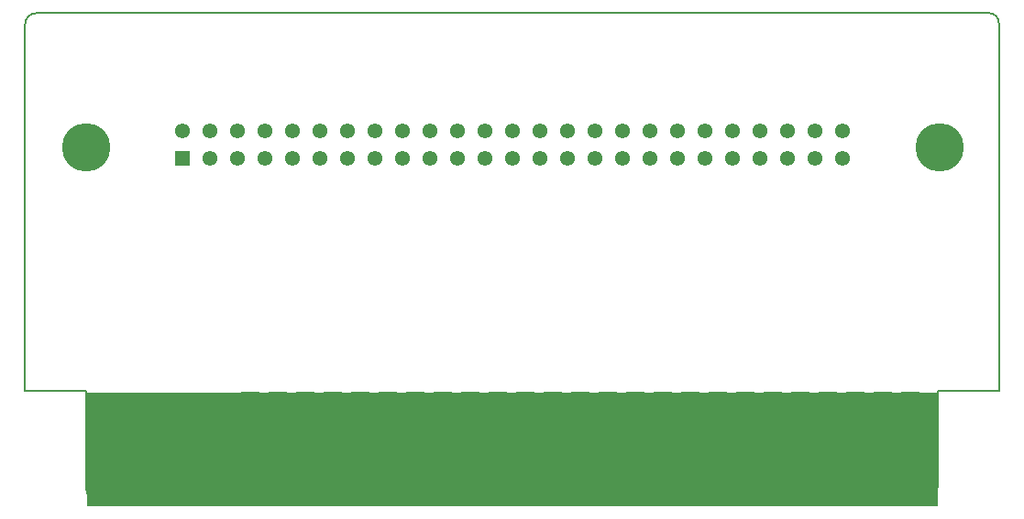
<source format=gbr>
G04 DesignSpark PCB PRO Gerber Version 10.0 Build 5299*
G04 #@! TF.Part,Single*
G04 #@! TF.FileFunction,Soldermask,Top*
G04 #@! TF.FilePolarity,Negative*
%FSLAX35Y35*%
%MOIN*%
G04 #@! TA.AperFunction,SMDPad,CuDef*
%ADD13R,0.06893X0.29728*%
%ADD12R,0.06893X0.35633*%
G04 #@! TA.AperFunction,ComponentPad*
%ADD124R,0.05450X0.05450*%
G04 #@! TD.AperFunction*
%ADD23C,0.00500*%
G04 #@! TA.AperFunction,ComponentPad*
%ADD125C,0.05450*%
%ADD126C,0.17600*%
G04 #@! TA.AperFunction,TestPad*
%ADD135R,3.09607X0.41339*%
G04 #@! TD.AperFunction*
X0Y0D02*
D02*
D12*
X198511Y35341D03*
X208511D03*
X218511D03*
X228511D03*
X238511D03*
X248511D03*
X258511D03*
X268511D03*
X278511D03*
X288511D03*
X298511D03*
X308511D03*
X318511D03*
X328511D03*
X338511D03*
X348511D03*
X358511D03*
X368511D03*
X378511D03*
X388511D03*
X398511D03*
X418511D03*
X428511D03*
X438511D03*
D02*
D13*
X408511Y38293D03*
D02*
D23*
X142863Y13541D02*
X443513D01*
G75*
G03*
X448256Y18283I0J4743D01*
G01*
Y53391D01*
X470596D01*
Y187243D01*
G75*
G03*
X467023Y190816I-3573J0D01*
G01*
X120594D01*
G75*
G03*
X116529Y186751I0J-4065D01*
G01*
Y53142D01*
X138744D01*
Y17659D01*
G75*
G03*
X142863Y13541I4119J0D01*
G01*
D02*
D124*
X173810Y138002D03*
D02*
D125*
Y148002D03*
X183810Y138002D03*
Y148002D03*
X193810Y138002D03*
Y148002D03*
X203810Y138002D03*
Y148002D03*
X213810Y138002D03*
Y148002D03*
X223810Y138002D03*
Y148002D03*
X233810Y138002D03*
Y148002D03*
X243810Y138002D03*
Y148002D03*
X253810Y138002D03*
Y148002D03*
X263810Y138002D03*
Y148002D03*
X273810Y138002D03*
Y148002D03*
X283810Y138002D03*
Y148002D03*
X293810Y138002D03*
Y148002D03*
X303810Y138002D03*
Y148002D03*
X313810Y138002D03*
Y148002D03*
X323810Y138002D03*
Y148002D03*
X333810Y138002D03*
Y148002D03*
X343810Y138002D03*
Y148002D03*
X353810Y138002D03*
Y148002D03*
X363810Y138002D03*
Y148002D03*
X373810Y138002D03*
Y148002D03*
X383810Y138002D03*
Y148002D03*
X393810Y138002D03*
Y148002D03*
X403810Y138002D03*
Y148002D03*
X413810Y138002D03*
Y148002D03*
D02*
D126*
X138610Y142002D03*
X449010D03*
D02*
D135*
X293689Y31752D03*
X0Y0D02*
M02*

</source>
